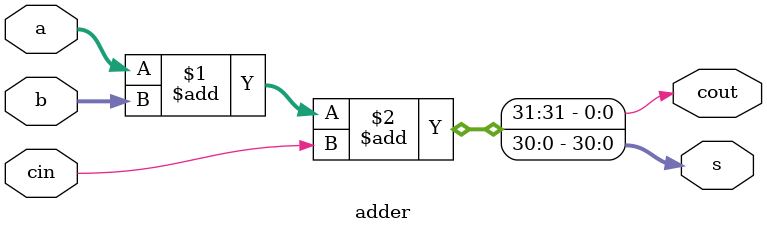
<source format=sv>
module adder
#(parameter N = 31)
(
	input logic [N - 1:0] a, b,
	input logic cin,
	output logic [N - 1:0] s,
	output logic cout
);
	assign {cout, s} = a + b + cin;
endmodule

</source>
